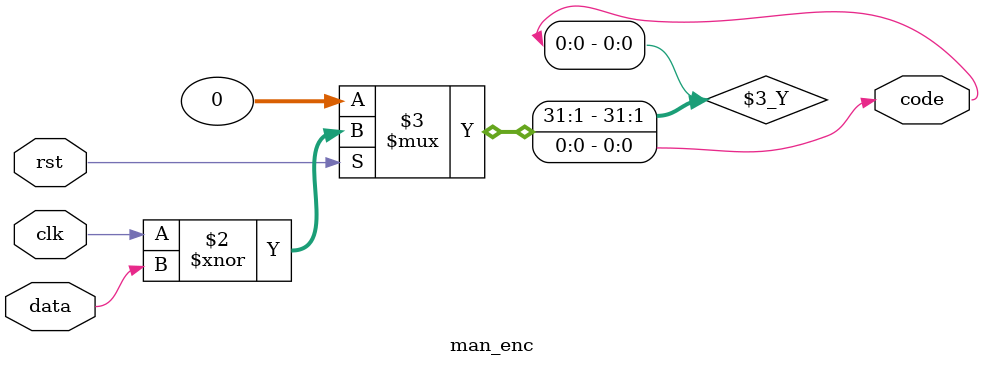
<source format=v>
`timescale 1ns/1psmodule man_dec(clk,rst,code,data,clk1);input   clk;    // clk from the internal oscillatorinput   rst;input   code;output  data;output  clk1;   // balanced data clkwire re_clk;    //recoverd clockwire o_reset;   //the final reset signalwire g_clk;     //gating clockwire [3:0]d_count;wire [3:0]c_count;wire d_comparison; wire c_comparison; reg dff1;reg [3:0]d_counter; //data counterreg [3:0]c_counter; //clock counterreg data_reg;reg clk1_reg;assign re_clk=data^code;assign g_clk=dff1&clk;assign d_comparison=(d_count>4'd12)? 0:1;  //data count comparatorassign c_comparison=(d_count>4'd8)? 0:1;  //balanced clock count comparatorassign o_reset=rst & d_comparison;//----------dff1 is the trigger of the data counter------// always @(posedge re_clk or negedge o_reset)    begin        if (!o_reset)            dff1<=0;        else            dff1<=1;    end//----------data conter------//always @(posedge g_clk or negedge o_reset)    begin        if (!o_reset)            d_counter<=0;        else            d_counter<=d_counter+1;    endassign d_count=d_counter;//----------data sampling register------//    always @(posedge d_comparison or negedge rst)    begin        if (!rst)            data_reg<= 0;        else            data_reg<=code;    endassign data=data_reg;    //----------balanced clock conter------//always @(posedge clk or posedge re_clk)    begin        if (re_clk)            c_counter<=0;        else             c_counter<=c_counter+1;    endassign c_count=c_counter;//----------balanced clock sampling register------//always @(posedge re_clk or negedge c_comparison)    begin        if(!c_comparison)            clk1_reg<=0;        else             clk1_reg<=1;    endassign clk1=clk1_reg;endmodule////////////////////////////////////////////////////////////////////////////////// Filename    : man_enc.v// Author      : lihuang       4/29/2020// Description : Verilog module for Manchester encoder////////////////////////////////////////////////////////////////////////////////`timescale 1ns/1psmodule man_enc (clk,rst,data,code);input clk;      //balanced clock from the decoderinput data;     //data from the decoder with matching phase with clkinput rst;output code;assign code=(!rst)? 0:             clk ~^ data;endmodule
</source>
